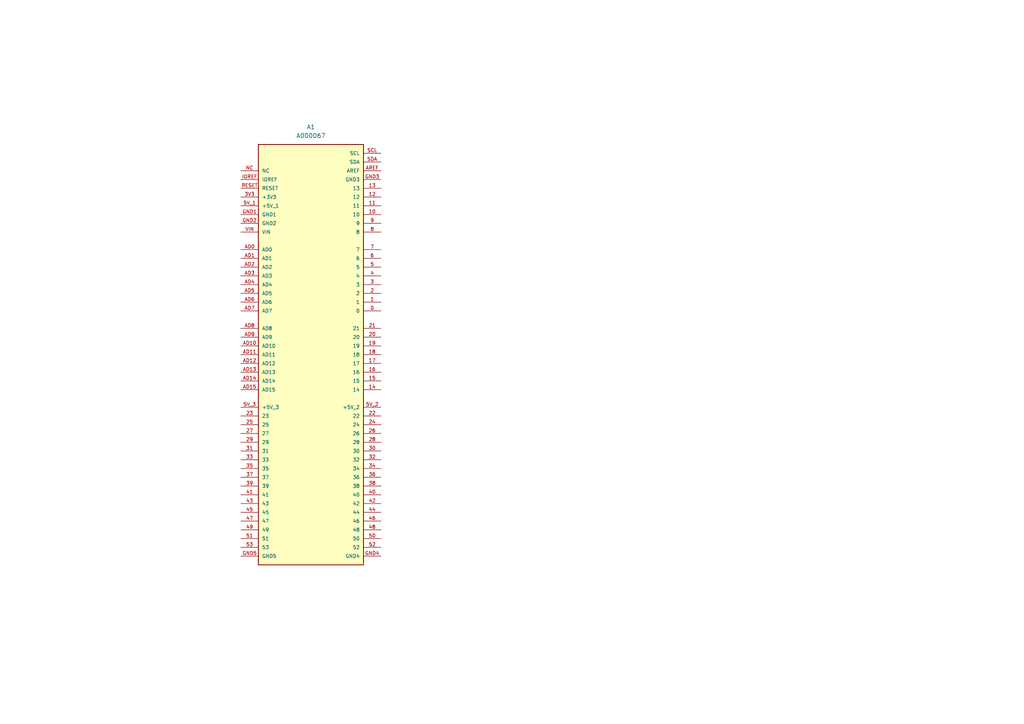
<source format=kicad_sch>
(kicad_sch (version 20211123) (generator eeschema)
  (paper "A4")
  (lib_symbols
    (symbol "A000067:A000067" (pin_names (offset 1.016))
      (property "Reference" "A" (at -15.24 61.595 0))
      (property "Value" "A000067" (at -15.24 -63.5 0))
      (symbol "A000067_0_0"
        (rectangle (start -15.24 -60.96) (end 15.24 60.96) (stroke (width 0.254)) (fill (type background)))
        (pin passive line (at 20.32 12.7 180) (length 5.08) (name "0") (number "0"))
        (pin passive line (at 20.32 15.24 180) (length 5.08) (name "1") (number "1"))
        (pin passive line (at 20.32 40.64 180) (length 5.08) (name "10") (number "10"))
        (pin passive line (at 20.32 43.18 180) (length 5.08) (name "11") (number "11"))
        (pin passive line (at 20.32 45.72 180) (length 5.08) (name "12") (number "12"))
        (pin passive line (at 20.32 48.26 180) (length 5.08) (name "13") (number "13"))
        (pin passive line (at 20.32 -10.16 180) (length 5.08) (name "14") (number "14"))
        (pin passive line (at 20.32 -7.62 180) (length 5.08) (name "15") (number "15"))
        (pin passive line (at 20.32 -5.08 180) (length 5.08) (name "16") (number "16"))
        (pin passive line (at 20.32 -2.54 180) (length 5.08) (name "17") (number "17"))
        (pin passive line (at 20.32 0 180) (length 5.08) (name "18") (number "18"))
        (pin passive line (at 20.32 2.54 180) (length 5.08) (name "19") (number "19"))
        (pin passive line (at 20.32 17.78 180) (length 5.08) (name "2") (number "2"))
        (pin passive line (at 20.32 5.08 180) (length 5.08) (name "20") (number "20"))
        (pin passive line (at 20.32 7.62 180) (length 5.08) (name "21") (number "21"))
        (pin passive line (at 20.32 -17.78 180) (length 5.08) (name "22") (number "22"))
        (pin passive line (at -20.32 -17.78 0) (length 5.08) (name "23") (number "23"))
        (pin passive line (at 20.32 -20.32 180) (length 5.08) (name "24") (number "24"))
        (pin passive line (at -20.32 -20.32 0) (length 5.08) (name "25") (number "25"))
        (pin passive line (at 20.32 -22.86 180) (length 5.08) (name "26") (number "26"))
        (pin passive line (at -20.32 -22.86 0) (length 5.08) (name "27") (number "27"))
        (pin passive line (at 20.32 -25.4 180) (length 5.08) (name "28") (number "28"))
        (pin passive line (at -20.32 -25.4 0) (length 5.08) (name "29") (number "29"))
        (pin passive line (at 20.32 20.32 180) (length 5.08) (name "3") (number "3"))
        (pin passive line (at 20.32 -27.94 180) (length 5.08) (name "30") (number "30"))
        (pin passive line (at -20.32 -27.94 0) (length 5.08) (name "31") (number "31"))
        (pin passive line (at 20.32 -30.48 180) (length 5.08) (name "32") (number "32"))
        (pin passive line (at -20.32 -30.48 0) (length 5.08) (name "33") (number "33"))
        (pin passive line (at 20.32 -33.02 180) (length 5.08) (name "34") (number "34"))
        (pin passive line (at -20.32 -33.02 0) (length 5.08) (name "35") (number "35"))
        (pin passive line (at 20.32 -35.56 180) (length 5.08) (name "36") (number "36"))
        (pin passive line (at -20.32 -35.56 0) (length 5.08) (name "37") (number "37"))
        (pin passive line (at 20.32 -38.1 180) (length 5.08) (name "38") (number "38"))
        (pin passive line (at -20.32 -38.1 0) (length 5.08) (name "39") (number "39"))
        (pin passive line (at -20.32 45.72 0) (length 5.08) (name "+3V3") (number "3V3"))
        (pin passive line (at 20.32 22.86 180) (length 5.08) (name "4") (number "4"))
        (pin passive line (at 20.32 -40.64 180) (length 5.08) (name "40") (number "40"))
        (pin passive line (at -20.32 -40.64 0) (length 5.08) (name "41") (number "41"))
        (pin passive line (at 20.32 -43.18 180) (length 5.08) (name "42") (number "42"))
        (pin passive line (at -20.32 -43.18 0) (length 5.08) (name "43") (number "43"))
        (pin passive line (at 20.32 -45.72 180) (length 5.08) (name "44") (number "44"))
        (pin passive line (at -20.32 -45.72 0) (length 5.08) (name "45") (number "45"))
        (pin passive line (at 20.32 -48.26 180) (length 5.08) (name "46") (number "46"))
        (pin passive line (at -20.32 -48.26 0) (length 5.08) (name "47") (number "47"))
        (pin passive line (at 20.32 -50.8 180) (length 5.08) (name "48") (number "48"))
        (pin passive line (at -20.32 -50.8 0) (length 5.08) (name "49") (number "49"))
        (pin passive line (at 20.32 25.4 180) (length 5.08) (name "5") (number "5"))
        (pin passive line (at 20.32 -53.34 180) (length 5.08) (name "50") (number "50"))
        (pin passive line (at -20.32 -53.34 0) (length 5.08) (name "51") (number "51"))
        (pin passive line (at 20.32 -55.88 180) (length 5.08) (name "52") (number "52"))
        (pin passive line (at -20.32 -55.88 0) (length 5.08) (name "53") (number "53"))
        (pin passive line (at -20.32 43.18 0) (length 5.08) (name "+5V_1") (number "5V_1"))
        (pin passive line (at 20.32 -15.24 180) (length 5.08) (name "+5V_2") (number "5V_2"))
        (pin passive line (at -20.32 -15.24 0) (length 5.08) (name "+5V_3") (number "5V_3"))
        (pin passive line (at 20.32 27.94 180) (length 5.08) (name "6") (number "6"))
        (pin passive line (at 20.32 30.48 180) (length 5.08) (name "7") (number "7"))
        (pin passive line (at 20.32 35.56 180) (length 5.08) (name "8") (number "8"))
        (pin passive line (at 20.32 38.1 180) (length 5.08) (name "9") (number "9"))
        (pin passive line (at -20.32 30.48 0) (length 5.08) (name "AD0") (number "AD0"))
        (pin passive line (at -20.32 27.94 0) (length 5.08) (name "AD1") (number "AD1"))
        (pin passive line (at -20.32 2.54 0) (length 5.08) (name "AD10") (number "AD10"))
        (pin passive line (at -20.32 0 0) (length 5.08) (name "AD11") (number "AD11"))
        (pin passive line (at -20.32 -2.54 0) (length 5.08) (name "AD12") (number "AD12"))
        (pin passive line (at -20.32 -5.08 0) (length 5.08) (name "AD13") (number "AD13"))
        (pin passive line (at -20.32 -7.62 0) (length 5.08) (name "AD14") (number "AD14"))
        (pin passive line (at -20.32 -10.16 0) (length 5.08) (name "AD15") (number "AD15"))
        (pin passive line (at -20.32 25.4 0) (length 5.08) (name "AD2") (number "AD2"))
        (pin passive line (at -20.32 22.86 0) (length 5.08) (name "AD3") (number "AD3"))
        (pin passive line (at -20.32 20.32 0) (length 5.08) (name "AD4") (number "AD4"))
        (pin passive line (at -20.32 17.78 0) (length 5.08) (name "AD5") (number "AD5"))
        (pin passive line (at -20.32 15.24 0) (length 5.08) (name "AD6") (number "AD6"))
        (pin passive line (at -20.32 12.7 0) (length 5.08) (name "AD7") (number "AD7"))
        (pin passive line (at -20.32 7.62 0) (length 5.08) (name "AD8") (number "AD8"))
        (pin passive line (at -20.32 5.08 0) (length 5.08) (name "AD9") (number "AD9"))
        (pin passive line (at 20.32 53.34 180) (length 5.08) (name "AREF") (number "AREF"))
        (pin passive line (at -20.32 40.64 0) (length 5.08) (name "GND1") (number "GND1"))
        (pin passive line (at -20.32 38.1 0) (length 5.08) (name "GND2") (number "GND2"))
        (pin passive line (at 20.32 50.8 180) (length 5.08) (name "GND3") (number "GND3"))
        (pin passive line (at 20.32 -58.42 180) (length 5.08) (name "GND4") (number "GND4"))
        (pin passive line (at -20.32 -58.42 0) (length 5.08) (name "GND5") (number "GND5"))
        (pin passive line (at -20.32 50.8 0) (length 5.08) (name "IOREF") (number "IOREF"))
        (pin passive line (at -20.32 53.34 0) (length 5.08) (name "NC") (number "NC"))
        (pin passive line (at -20.32 48.26 0) (length 5.08) (name "RESET") (number "RESET"))
        (pin passive line (at 20.32 58.42 180) (length 5.08) (name "SCL") (number "SCL"))
        (pin passive line (at 20.32 55.88 180) (length 5.08) (name "SDA") (number "SDA"))
        (pin passive line (at -20.32 35.56 0) (length 5.08) (name "VIN") (number "VIN"))
      )
    )
  )
  (symbol (lib_id "A000067:A000067") (at 90.17 102.87 0) (unit 1)
    (property "Reference" "A1" (at 90.17 36.83 0))
    (property "Value" "A000067" (at 90.17 39.37 0))
    (property "Footprint" "ARDUINO_A000067" (effects hide))
    (property "MF" "Arduino" (effects hide))
    (property "DESCRIPTION" "Dev.kit: Arduino; SPI, TWI, UART; ICSP, USB B, pin strips, supply" (effects hide))
    (property "AVAILABILITY" "Unavailable" (effects hide))
    (property "MP" "ARDUINO MEGA2560 REV3 - RETAIL" (effects hide))
    (property "PRICE" "None" (effects hide))
    (property "PACKAGE" "None" (effects hide))
  )
)
</source>
